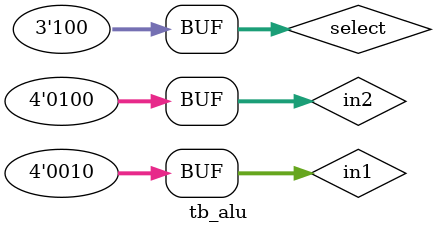
<source format=v>
module tb_alu ;
reg [3:0]in1 ;
reg [3:0]in2 ; 
reg [2:0]select;
wire  [3:0]and1 ; 
wire  [3:0]or1 ;
wire  [3:0]sum ; 
wire  [3:0]sub ; 
wire  [3:0]xor1 ; 
wire  carry ;
wire  borrow ;

alu uut (
.in1(in1),
.in2(in2),
.select(select),
.and1(and1),
.or1(or1),
.sum(sum),
.sub (sub ),
.xor1(xor1),
.carry(carry),
.borrow(borrow)
);

initial begin 
$dumpfile ("tb_alu.vcd");
$dumpvars (0 , tb_alu);
select = 3'b000;
in1 = 4'b1010;
in2 = 4'b1100;
#50;
select = 3'b001;
in1 = 4'b1011;
in2 = 4'b1110;
#50;
select = 3'b010;
in1 = 4'b1010;
in2 = 4'b1110;
#50;
select = 3'b011;
in1 = 4'b1110;
in2 = 4'b1000;
#50;
select = 3'b100;
in1 = 4'b0010;
in2 = 4'b0100;
#50;
end 
endmodule 




</source>
